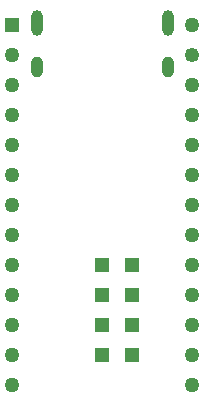
<source format=gbs>
G04 #@! TF.GenerationSoftware,KiCad,Pcbnew,(5.1.10-1-10_14)*
G04 #@! TF.CreationDate,2021-09-18T19:46:59+09:00*
G04 #@! TF.ProjectId,nrfmicro,6e72666d-6963-4726-9f2e-6b696361645f,rev?*
G04 #@! TF.SameCoordinates,Original*
G04 #@! TF.FileFunction,Soldermask,Bot*
G04 #@! TF.FilePolarity,Negative*
%FSLAX46Y46*%
G04 Gerber Fmt 4.6, Leading zero omitted, Abs format (unit mm)*
G04 Created by KiCad (PCBNEW (5.1.10-1-10_14)) date 2021-09-18 19:46:59*
%MOMM*%
%LPD*%
G01*
G04 APERTURE LIST*
%ADD10O,1.000000X2.200000*%
%ADD11O,1.000000X1.800000*%
%ADD12R,1.270000X1.270000*%
%ADD13C,1.270000*%
%ADD14C,1.250000*%
G04 APERTURE END LIST*
D10*
X22146300Y-19800000D03*
X33296900Y-19800000D03*
D11*
X33297200Y-23600000D03*
X22146300Y-23600000D03*
D12*
X27721600Y-40320000D03*
X27721600Y-42860000D03*
X27721600Y-45400000D03*
X27721600Y-47940000D03*
X30261600Y-47940000D03*
X30261600Y-45400000D03*
X30261600Y-42860000D03*
X30261600Y-40320000D03*
X20101600Y-20000000D03*
D13*
X35341600Y-20000000D03*
D14*
X35341600Y-22540000D03*
D13*
X35341600Y-25080000D03*
X35341600Y-27620000D03*
X35341600Y-30160000D03*
X35341600Y-32700000D03*
X35341600Y-35240000D03*
X35341600Y-37780000D03*
X35341600Y-40320000D03*
X35341600Y-42860000D03*
X35341600Y-45400000D03*
X35341600Y-47940000D03*
X35341600Y-50480000D03*
X20101600Y-50480000D03*
X20101600Y-47940000D03*
X20101600Y-45400000D03*
X20101600Y-42860000D03*
X20101600Y-40320000D03*
X20101600Y-37780000D03*
X20101600Y-35240000D03*
X20101600Y-32700000D03*
X20101600Y-30160000D03*
X20101600Y-27620000D03*
X20101600Y-25080000D03*
X20101600Y-22540000D03*
M02*

</source>
